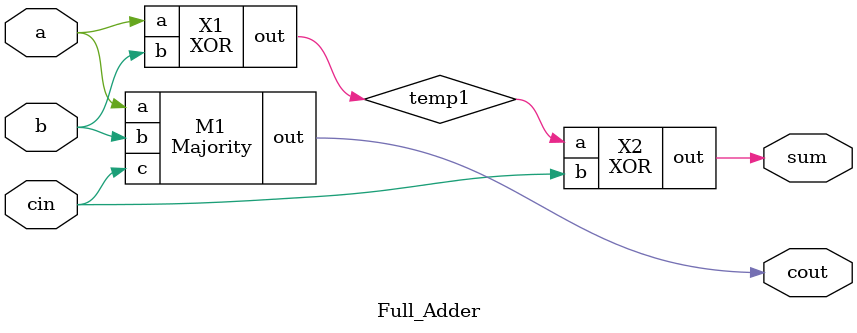
<source format=v>
`timescale 1ns/1ps
module AND(out, a, b);
    input a, b;
    output out;
    wire temp;
    nand n1 (temp, a, b);
    nand n2 (out, temp, temp);
endmodule

module OR(out, a, b);
    input a, b;
    output out;
    wire temp1, temp2;
    nand n1 (temp1, a, a);
    nand n2 (temp2, b, b);
    nand n3 (out, temp1, temp2);
endmodule

module XOR(out, a, b);
    input a, b;
    output out;
    wire temp1, temp2, na, nb;
    nand n1 (na, a, a);
    nand n2 (nb, b, b);
    nand n3 (temp1, na, b);
    nand n4 (temp2, nb, a);
    nand n5 (out, temp1, temp2);
endmodule

module Majority(a, b, c, out);
input a, b, c;
output out;
wire temp1, temp2, temp3, temp4, temp5, temp6;
AND A1 (temp1, a, b);
AND A2 (temp2, a, c);
AND A3 (temp3, b, c);
OR O1 (temp4, temp1, temp2);
OR O2 (out, temp4, temp3);
endmodule

module Half_Adder(a, b, cout, sum);
input a, b;
output cout, sum;

XOR X1 (sum, a, b);
AND A1 (cout, a, b);
endmodule

module Full_Adder (a, b, cin, cout, sum);
input a, b, cin;
output cout, sum;
wire temp1;
Majority M1 (a, b, cin, cout);
XOR X1 (temp1, a, b);
XOR X2 (sum, temp1, cin);
endmodule


</source>
